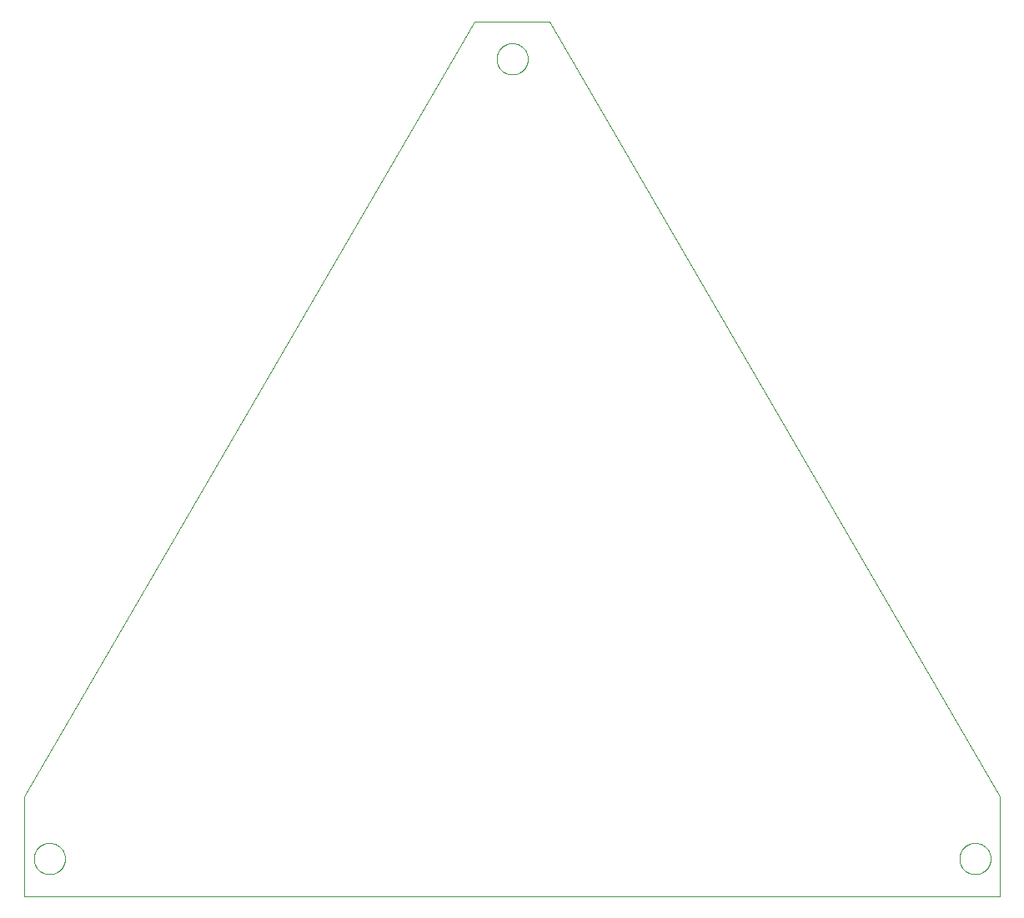
<source format=gko>
G75*
%MOIN*%
%OFA0B0*%
%FSLAX25Y25*%
%IPPOS*%
%LPD*%
%AMOC8*
5,1,8,0,0,1.08239X$1,22.5*
%
%ADD10C,0.00000*%
D10*
X0036300Y0010200D02*
X0036300Y0050200D01*
X0216300Y0360200D01*
X0246300Y0360200D01*
X0426300Y0050200D01*
X0426300Y0010200D01*
X0036300Y0010200D01*
X0040050Y0025200D02*
X0040052Y0025358D01*
X0040058Y0025515D01*
X0040068Y0025673D01*
X0040082Y0025830D01*
X0040100Y0025986D01*
X0040121Y0026143D01*
X0040147Y0026298D01*
X0040177Y0026453D01*
X0040210Y0026607D01*
X0040248Y0026760D01*
X0040289Y0026913D01*
X0040334Y0027064D01*
X0040383Y0027214D01*
X0040436Y0027362D01*
X0040492Y0027510D01*
X0040553Y0027655D01*
X0040616Y0027800D01*
X0040684Y0027942D01*
X0040755Y0028083D01*
X0040829Y0028222D01*
X0040907Y0028359D01*
X0040989Y0028494D01*
X0041073Y0028627D01*
X0041162Y0028758D01*
X0041253Y0028886D01*
X0041348Y0029013D01*
X0041445Y0029136D01*
X0041546Y0029258D01*
X0041650Y0029376D01*
X0041757Y0029492D01*
X0041867Y0029605D01*
X0041979Y0029716D01*
X0042095Y0029823D01*
X0042213Y0029928D01*
X0042333Y0030030D01*
X0042456Y0030128D01*
X0042582Y0030224D01*
X0042710Y0030316D01*
X0042840Y0030405D01*
X0042972Y0030491D01*
X0043107Y0030573D01*
X0043244Y0030652D01*
X0043382Y0030727D01*
X0043522Y0030799D01*
X0043665Y0030867D01*
X0043808Y0030932D01*
X0043954Y0030993D01*
X0044101Y0031050D01*
X0044249Y0031104D01*
X0044399Y0031154D01*
X0044549Y0031200D01*
X0044701Y0031242D01*
X0044854Y0031281D01*
X0045008Y0031315D01*
X0045163Y0031346D01*
X0045318Y0031372D01*
X0045474Y0031395D01*
X0045631Y0031414D01*
X0045788Y0031429D01*
X0045945Y0031440D01*
X0046103Y0031447D01*
X0046261Y0031450D01*
X0046418Y0031449D01*
X0046576Y0031444D01*
X0046733Y0031435D01*
X0046891Y0031422D01*
X0047047Y0031405D01*
X0047204Y0031384D01*
X0047359Y0031360D01*
X0047514Y0031331D01*
X0047669Y0031298D01*
X0047822Y0031262D01*
X0047975Y0031221D01*
X0048126Y0031177D01*
X0048276Y0031129D01*
X0048425Y0031078D01*
X0048573Y0031022D01*
X0048719Y0030963D01*
X0048864Y0030900D01*
X0049007Y0030833D01*
X0049148Y0030763D01*
X0049287Y0030690D01*
X0049425Y0030613D01*
X0049561Y0030532D01*
X0049694Y0030448D01*
X0049825Y0030361D01*
X0049954Y0030270D01*
X0050081Y0030176D01*
X0050206Y0030079D01*
X0050327Y0029979D01*
X0050447Y0029876D01*
X0050563Y0029770D01*
X0050677Y0029661D01*
X0050789Y0029549D01*
X0050897Y0029435D01*
X0051002Y0029317D01*
X0051105Y0029197D01*
X0051204Y0029075D01*
X0051300Y0028950D01*
X0051393Y0028822D01*
X0051483Y0028693D01*
X0051569Y0028561D01*
X0051653Y0028427D01*
X0051732Y0028291D01*
X0051809Y0028153D01*
X0051881Y0028013D01*
X0051950Y0027871D01*
X0052016Y0027728D01*
X0052078Y0027583D01*
X0052136Y0027436D01*
X0052191Y0027288D01*
X0052242Y0027139D01*
X0052289Y0026988D01*
X0052332Y0026837D01*
X0052371Y0026684D01*
X0052407Y0026530D01*
X0052438Y0026376D01*
X0052466Y0026221D01*
X0052490Y0026065D01*
X0052510Y0025908D01*
X0052526Y0025751D01*
X0052538Y0025594D01*
X0052546Y0025437D01*
X0052550Y0025279D01*
X0052550Y0025121D01*
X0052546Y0024963D01*
X0052538Y0024806D01*
X0052526Y0024649D01*
X0052510Y0024492D01*
X0052490Y0024335D01*
X0052466Y0024179D01*
X0052438Y0024024D01*
X0052407Y0023870D01*
X0052371Y0023716D01*
X0052332Y0023563D01*
X0052289Y0023412D01*
X0052242Y0023261D01*
X0052191Y0023112D01*
X0052136Y0022964D01*
X0052078Y0022817D01*
X0052016Y0022672D01*
X0051950Y0022529D01*
X0051881Y0022387D01*
X0051809Y0022247D01*
X0051732Y0022109D01*
X0051653Y0021973D01*
X0051569Y0021839D01*
X0051483Y0021707D01*
X0051393Y0021578D01*
X0051300Y0021450D01*
X0051204Y0021325D01*
X0051105Y0021203D01*
X0051002Y0021083D01*
X0050897Y0020965D01*
X0050789Y0020851D01*
X0050677Y0020739D01*
X0050563Y0020630D01*
X0050447Y0020524D01*
X0050327Y0020421D01*
X0050206Y0020321D01*
X0050081Y0020224D01*
X0049954Y0020130D01*
X0049825Y0020039D01*
X0049694Y0019952D01*
X0049561Y0019868D01*
X0049425Y0019787D01*
X0049287Y0019710D01*
X0049148Y0019637D01*
X0049007Y0019567D01*
X0048864Y0019500D01*
X0048719Y0019437D01*
X0048573Y0019378D01*
X0048425Y0019322D01*
X0048276Y0019271D01*
X0048126Y0019223D01*
X0047975Y0019179D01*
X0047822Y0019138D01*
X0047669Y0019102D01*
X0047514Y0019069D01*
X0047359Y0019040D01*
X0047204Y0019016D01*
X0047047Y0018995D01*
X0046891Y0018978D01*
X0046733Y0018965D01*
X0046576Y0018956D01*
X0046418Y0018951D01*
X0046261Y0018950D01*
X0046103Y0018953D01*
X0045945Y0018960D01*
X0045788Y0018971D01*
X0045631Y0018986D01*
X0045474Y0019005D01*
X0045318Y0019028D01*
X0045163Y0019054D01*
X0045008Y0019085D01*
X0044854Y0019119D01*
X0044701Y0019158D01*
X0044549Y0019200D01*
X0044399Y0019246D01*
X0044249Y0019296D01*
X0044101Y0019350D01*
X0043954Y0019407D01*
X0043808Y0019468D01*
X0043665Y0019533D01*
X0043522Y0019601D01*
X0043382Y0019673D01*
X0043244Y0019748D01*
X0043107Y0019827D01*
X0042972Y0019909D01*
X0042840Y0019995D01*
X0042710Y0020084D01*
X0042582Y0020176D01*
X0042456Y0020272D01*
X0042333Y0020370D01*
X0042213Y0020472D01*
X0042095Y0020577D01*
X0041979Y0020684D01*
X0041867Y0020795D01*
X0041757Y0020908D01*
X0041650Y0021024D01*
X0041546Y0021142D01*
X0041445Y0021264D01*
X0041348Y0021387D01*
X0041253Y0021514D01*
X0041162Y0021642D01*
X0041073Y0021773D01*
X0040989Y0021906D01*
X0040907Y0022041D01*
X0040829Y0022178D01*
X0040755Y0022317D01*
X0040684Y0022458D01*
X0040616Y0022600D01*
X0040553Y0022745D01*
X0040492Y0022890D01*
X0040436Y0023038D01*
X0040383Y0023186D01*
X0040334Y0023336D01*
X0040289Y0023487D01*
X0040248Y0023640D01*
X0040210Y0023793D01*
X0040177Y0023947D01*
X0040147Y0024102D01*
X0040121Y0024257D01*
X0040100Y0024414D01*
X0040082Y0024570D01*
X0040068Y0024727D01*
X0040058Y0024885D01*
X0040052Y0025042D01*
X0040050Y0025200D01*
X0225050Y0345200D02*
X0225052Y0345358D01*
X0225058Y0345515D01*
X0225068Y0345673D01*
X0225082Y0345830D01*
X0225100Y0345986D01*
X0225121Y0346143D01*
X0225147Y0346298D01*
X0225177Y0346453D01*
X0225210Y0346607D01*
X0225248Y0346760D01*
X0225289Y0346913D01*
X0225334Y0347064D01*
X0225383Y0347214D01*
X0225436Y0347362D01*
X0225492Y0347510D01*
X0225553Y0347655D01*
X0225616Y0347800D01*
X0225684Y0347942D01*
X0225755Y0348083D01*
X0225829Y0348222D01*
X0225907Y0348359D01*
X0225989Y0348494D01*
X0226073Y0348627D01*
X0226162Y0348758D01*
X0226253Y0348886D01*
X0226348Y0349013D01*
X0226445Y0349136D01*
X0226546Y0349258D01*
X0226650Y0349376D01*
X0226757Y0349492D01*
X0226867Y0349605D01*
X0226979Y0349716D01*
X0227095Y0349823D01*
X0227213Y0349928D01*
X0227333Y0350030D01*
X0227456Y0350128D01*
X0227582Y0350224D01*
X0227710Y0350316D01*
X0227840Y0350405D01*
X0227972Y0350491D01*
X0228107Y0350573D01*
X0228244Y0350652D01*
X0228382Y0350727D01*
X0228522Y0350799D01*
X0228665Y0350867D01*
X0228808Y0350932D01*
X0228954Y0350993D01*
X0229101Y0351050D01*
X0229249Y0351104D01*
X0229399Y0351154D01*
X0229549Y0351200D01*
X0229701Y0351242D01*
X0229854Y0351281D01*
X0230008Y0351315D01*
X0230163Y0351346D01*
X0230318Y0351372D01*
X0230474Y0351395D01*
X0230631Y0351414D01*
X0230788Y0351429D01*
X0230945Y0351440D01*
X0231103Y0351447D01*
X0231261Y0351450D01*
X0231418Y0351449D01*
X0231576Y0351444D01*
X0231733Y0351435D01*
X0231891Y0351422D01*
X0232047Y0351405D01*
X0232204Y0351384D01*
X0232359Y0351360D01*
X0232514Y0351331D01*
X0232669Y0351298D01*
X0232822Y0351262D01*
X0232975Y0351221D01*
X0233126Y0351177D01*
X0233276Y0351129D01*
X0233425Y0351078D01*
X0233573Y0351022D01*
X0233719Y0350963D01*
X0233864Y0350900D01*
X0234007Y0350833D01*
X0234148Y0350763D01*
X0234287Y0350690D01*
X0234425Y0350613D01*
X0234561Y0350532D01*
X0234694Y0350448D01*
X0234825Y0350361D01*
X0234954Y0350270D01*
X0235081Y0350176D01*
X0235206Y0350079D01*
X0235327Y0349979D01*
X0235447Y0349876D01*
X0235563Y0349770D01*
X0235677Y0349661D01*
X0235789Y0349549D01*
X0235897Y0349435D01*
X0236002Y0349317D01*
X0236105Y0349197D01*
X0236204Y0349075D01*
X0236300Y0348950D01*
X0236393Y0348822D01*
X0236483Y0348693D01*
X0236569Y0348561D01*
X0236653Y0348427D01*
X0236732Y0348291D01*
X0236809Y0348153D01*
X0236881Y0348013D01*
X0236950Y0347871D01*
X0237016Y0347728D01*
X0237078Y0347583D01*
X0237136Y0347436D01*
X0237191Y0347288D01*
X0237242Y0347139D01*
X0237289Y0346988D01*
X0237332Y0346837D01*
X0237371Y0346684D01*
X0237407Y0346530D01*
X0237438Y0346376D01*
X0237466Y0346221D01*
X0237490Y0346065D01*
X0237510Y0345908D01*
X0237526Y0345751D01*
X0237538Y0345594D01*
X0237546Y0345437D01*
X0237550Y0345279D01*
X0237550Y0345121D01*
X0237546Y0344963D01*
X0237538Y0344806D01*
X0237526Y0344649D01*
X0237510Y0344492D01*
X0237490Y0344335D01*
X0237466Y0344179D01*
X0237438Y0344024D01*
X0237407Y0343870D01*
X0237371Y0343716D01*
X0237332Y0343563D01*
X0237289Y0343412D01*
X0237242Y0343261D01*
X0237191Y0343112D01*
X0237136Y0342964D01*
X0237078Y0342817D01*
X0237016Y0342672D01*
X0236950Y0342529D01*
X0236881Y0342387D01*
X0236809Y0342247D01*
X0236732Y0342109D01*
X0236653Y0341973D01*
X0236569Y0341839D01*
X0236483Y0341707D01*
X0236393Y0341578D01*
X0236300Y0341450D01*
X0236204Y0341325D01*
X0236105Y0341203D01*
X0236002Y0341083D01*
X0235897Y0340965D01*
X0235789Y0340851D01*
X0235677Y0340739D01*
X0235563Y0340630D01*
X0235447Y0340524D01*
X0235327Y0340421D01*
X0235206Y0340321D01*
X0235081Y0340224D01*
X0234954Y0340130D01*
X0234825Y0340039D01*
X0234694Y0339952D01*
X0234561Y0339868D01*
X0234425Y0339787D01*
X0234287Y0339710D01*
X0234148Y0339637D01*
X0234007Y0339567D01*
X0233864Y0339500D01*
X0233719Y0339437D01*
X0233573Y0339378D01*
X0233425Y0339322D01*
X0233276Y0339271D01*
X0233126Y0339223D01*
X0232975Y0339179D01*
X0232822Y0339138D01*
X0232669Y0339102D01*
X0232514Y0339069D01*
X0232359Y0339040D01*
X0232204Y0339016D01*
X0232047Y0338995D01*
X0231891Y0338978D01*
X0231733Y0338965D01*
X0231576Y0338956D01*
X0231418Y0338951D01*
X0231261Y0338950D01*
X0231103Y0338953D01*
X0230945Y0338960D01*
X0230788Y0338971D01*
X0230631Y0338986D01*
X0230474Y0339005D01*
X0230318Y0339028D01*
X0230163Y0339054D01*
X0230008Y0339085D01*
X0229854Y0339119D01*
X0229701Y0339158D01*
X0229549Y0339200D01*
X0229399Y0339246D01*
X0229249Y0339296D01*
X0229101Y0339350D01*
X0228954Y0339407D01*
X0228808Y0339468D01*
X0228665Y0339533D01*
X0228522Y0339601D01*
X0228382Y0339673D01*
X0228244Y0339748D01*
X0228107Y0339827D01*
X0227972Y0339909D01*
X0227840Y0339995D01*
X0227710Y0340084D01*
X0227582Y0340176D01*
X0227456Y0340272D01*
X0227333Y0340370D01*
X0227213Y0340472D01*
X0227095Y0340577D01*
X0226979Y0340684D01*
X0226867Y0340795D01*
X0226757Y0340908D01*
X0226650Y0341024D01*
X0226546Y0341142D01*
X0226445Y0341264D01*
X0226348Y0341387D01*
X0226253Y0341514D01*
X0226162Y0341642D01*
X0226073Y0341773D01*
X0225989Y0341906D01*
X0225907Y0342041D01*
X0225829Y0342178D01*
X0225755Y0342317D01*
X0225684Y0342458D01*
X0225616Y0342600D01*
X0225553Y0342745D01*
X0225492Y0342890D01*
X0225436Y0343038D01*
X0225383Y0343186D01*
X0225334Y0343336D01*
X0225289Y0343487D01*
X0225248Y0343640D01*
X0225210Y0343793D01*
X0225177Y0343947D01*
X0225147Y0344102D01*
X0225121Y0344257D01*
X0225100Y0344414D01*
X0225082Y0344570D01*
X0225068Y0344727D01*
X0225058Y0344885D01*
X0225052Y0345042D01*
X0225050Y0345200D01*
X0410050Y0025200D02*
X0410052Y0025358D01*
X0410058Y0025515D01*
X0410068Y0025673D01*
X0410082Y0025830D01*
X0410100Y0025986D01*
X0410121Y0026143D01*
X0410147Y0026298D01*
X0410177Y0026453D01*
X0410210Y0026607D01*
X0410248Y0026760D01*
X0410289Y0026913D01*
X0410334Y0027064D01*
X0410383Y0027214D01*
X0410436Y0027362D01*
X0410492Y0027510D01*
X0410553Y0027655D01*
X0410616Y0027800D01*
X0410684Y0027942D01*
X0410755Y0028083D01*
X0410829Y0028222D01*
X0410907Y0028359D01*
X0410989Y0028494D01*
X0411073Y0028627D01*
X0411162Y0028758D01*
X0411253Y0028886D01*
X0411348Y0029013D01*
X0411445Y0029136D01*
X0411546Y0029258D01*
X0411650Y0029376D01*
X0411757Y0029492D01*
X0411867Y0029605D01*
X0411979Y0029716D01*
X0412095Y0029823D01*
X0412213Y0029928D01*
X0412333Y0030030D01*
X0412456Y0030128D01*
X0412582Y0030224D01*
X0412710Y0030316D01*
X0412840Y0030405D01*
X0412972Y0030491D01*
X0413107Y0030573D01*
X0413244Y0030652D01*
X0413382Y0030727D01*
X0413522Y0030799D01*
X0413665Y0030867D01*
X0413808Y0030932D01*
X0413954Y0030993D01*
X0414101Y0031050D01*
X0414249Y0031104D01*
X0414399Y0031154D01*
X0414549Y0031200D01*
X0414701Y0031242D01*
X0414854Y0031281D01*
X0415008Y0031315D01*
X0415163Y0031346D01*
X0415318Y0031372D01*
X0415474Y0031395D01*
X0415631Y0031414D01*
X0415788Y0031429D01*
X0415945Y0031440D01*
X0416103Y0031447D01*
X0416261Y0031450D01*
X0416418Y0031449D01*
X0416576Y0031444D01*
X0416733Y0031435D01*
X0416891Y0031422D01*
X0417047Y0031405D01*
X0417204Y0031384D01*
X0417359Y0031360D01*
X0417514Y0031331D01*
X0417669Y0031298D01*
X0417822Y0031262D01*
X0417975Y0031221D01*
X0418126Y0031177D01*
X0418276Y0031129D01*
X0418425Y0031078D01*
X0418573Y0031022D01*
X0418719Y0030963D01*
X0418864Y0030900D01*
X0419007Y0030833D01*
X0419148Y0030763D01*
X0419287Y0030690D01*
X0419425Y0030613D01*
X0419561Y0030532D01*
X0419694Y0030448D01*
X0419825Y0030361D01*
X0419954Y0030270D01*
X0420081Y0030176D01*
X0420206Y0030079D01*
X0420327Y0029979D01*
X0420447Y0029876D01*
X0420563Y0029770D01*
X0420677Y0029661D01*
X0420789Y0029549D01*
X0420897Y0029435D01*
X0421002Y0029317D01*
X0421105Y0029197D01*
X0421204Y0029075D01*
X0421300Y0028950D01*
X0421393Y0028822D01*
X0421483Y0028693D01*
X0421569Y0028561D01*
X0421653Y0028427D01*
X0421732Y0028291D01*
X0421809Y0028153D01*
X0421881Y0028013D01*
X0421950Y0027871D01*
X0422016Y0027728D01*
X0422078Y0027583D01*
X0422136Y0027436D01*
X0422191Y0027288D01*
X0422242Y0027139D01*
X0422289Y0026988D01*
X0422332Y0026837D01*
X0422371Y0026684D01*
X0422407Y0026530D01*
X0422438Y0026376D01*
X0422466Y0026221D01*
X0422490Y0026065D01*
X0422510Y0025908D01*
X0422526Y0025751D01*
X0422538Y0025594D01*
X0422546Y0025437D01*
X0422550Y0025279D01*
X0422550Y0025121D01*
X0422546Y0024963D01*
X0422538Y0024806D01*
X0422526Y0024649D01*
X0422510Y0024492D01*
X0422490Y0024335D01*
X0422466Y0024179D01*
X0422438Y0024024D01*
X0422407Y0023870D01*
X0422371Y0023716D01*
X0422332Y0023563D01*
X0422289Y0023412D01*
X0422242Y0023261D01*
X0422191Y0023112D01*
X0422136Y0022964D01*
X0422078Y0022817D01*
X0422016Y0022672D01*
X0421950Y0022529D01*
X0421881Y0022387D01*
X0421809Y0022247D01*
X0421732Y0022109D01*
X0421653Y0021973D01*
X0421569Y0021839D01*
X0421483Y0021707D01*
X0421393Y0021578D01*
X0421300Y0021450D01*
X0421204Y0021325D01*
X0421105Y0021203D01*
X0421002Y0021083D01*
X0420897Y0020965D01*
X0420789Y0020851D01*
X0420677Y0020739D01*
X0420563Y0020630D01*
X0420447Y0020524D01*
X0420327Y0020421D01*
X0420206Y0020321D01*
X0420081Y0020224D01*
X0419954Y0020130D01*
X0419825Y0020039D01*
X0419694Y0019952D01*
X0419561Y0019868D01*
X0419425Y0019787D01*
X0419287Y0019710D01*
X0419148Y0019637D01*
X0419007Y0019567D01*
X0418864Y0019500D01*
X0418719Y0019437D01*
X0418573Y0019378D01*
X0418425Y0019322D01*
X0418276Y0019271D01*
X0418126Y0019223D01*
X0417975Y0019179D01*
X0417822Y0019138D01*
X0417669Y0019102D01*
X0417514Y0019069D01*
X0417359Y0019040D01*
X0417204Y0019016D01*
X0417047Y0018995D01*
X0416891Y0018978D01*
X0416733Y0018965D01*
X0416576Y0018956D01*
X0416418Y0018951D01*
X0416261Y0018950D01*
X0416103Y0018953D01*
X0415945Y0018960D01*
X0415788Y0018971D01*
X0415631Y0018986D01*
X0415474Y0019005D01*
X0415318Y0019028D01*
X0415163Y0019054D01*
X0415008Y0019085D01*
X0414854Y0019119D01*
X0414701Y0019158D01*
X0414549Y0019200D01*
X0414399Y0019246D01*
X0414249Y0019296D01*
X0414101Y0019350D01*
X0413954Y0019407D01*
X0413808Y0019468D01*
X0413665Y0019533D01*
X0413522Y0019601D01*
X0413382Y0019673D01*
X0413244Y0019748D01*
X0413107Y0019827D01*
X0412972Y0019909D01*
X0412840Y0019995D01*
X0412710Y0020084D01*
X0412582Y0020176D01*
X0412456Y0020272D01*
X0412333Y0020370D01*
X0412213Y0020472D01*
X0412095Y0020577D01*
X0411979Y0020684D01*
X0411867Y0020795D01*
X0411757Y0020908D01*
X0411650Y0021024D01*
X0411546Y0021142D01*
X0411445Y0021264D01*
X0411348Y0021387D01*
X0411253Y0021514D01*
X0411162Y0021642D01*
X0411073Y0021773D01*
X0410989Y0021906D01*
X0410907Y0022041D01*
X0410829Y0022178D01*
X0410755Y0022317D01*
X0410684Y0022458D01*
X0410616Y0022600D01*
X0410553Y0022745D01*
X0410492Y0022890D01*
X0410436Y0023038D01*
X0410383Y0023186D01*
X0410334Y0023336D01*
X0410289Y0023487D01*
X0410248Y0023640D01*
X0410210Y0023793D01*
X0410177Y0023947D01*
X0410147Y0024102D01*
X0410121Y0024257D01*
X0410100Y0024414D01*
X0410082Y0024570D01*
X0410068Y0024727D01*
X0410058Y0024885D01*
X0410052Y0025042D01*
X0410050Y0025200D01*
M02*

</source>
